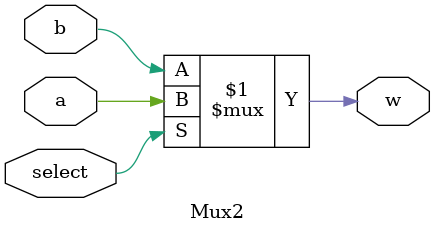
<source format=v>
module  Mux2 #(parameter n = 1)(
  input  [n-1:0] a,  b,
  input  select,
  output [n-1:0] w
);

  assign w = select ? a : b;

endmodule

</source>
